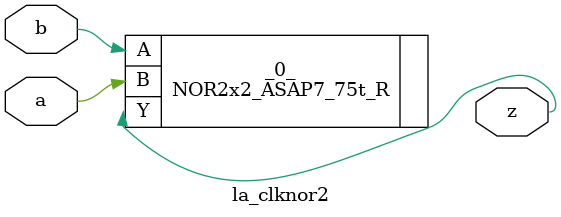
<source format=v>

/* Generated by Yosys 0.44 (git sha1 80ba43d26, g++ 11.4.0-1ubuntu1~22.04 -fPIC -O3) */

(* top =  1  *)
(* src = "generated" *)
module la_clknor2 (
    a,
    b,
    z
);
  (* src = "generated" *)
  input a;
  wire a;
  (* src = "generated" *)
  input b;
  wire b;
  (* src = "generated" *)
  output z;
  wire z;
  NOR2x2_ASAP7_75t_R _0_ (
      .A(b),
      .B(a),
      .Y(z)
  );
endmodule

</source>
